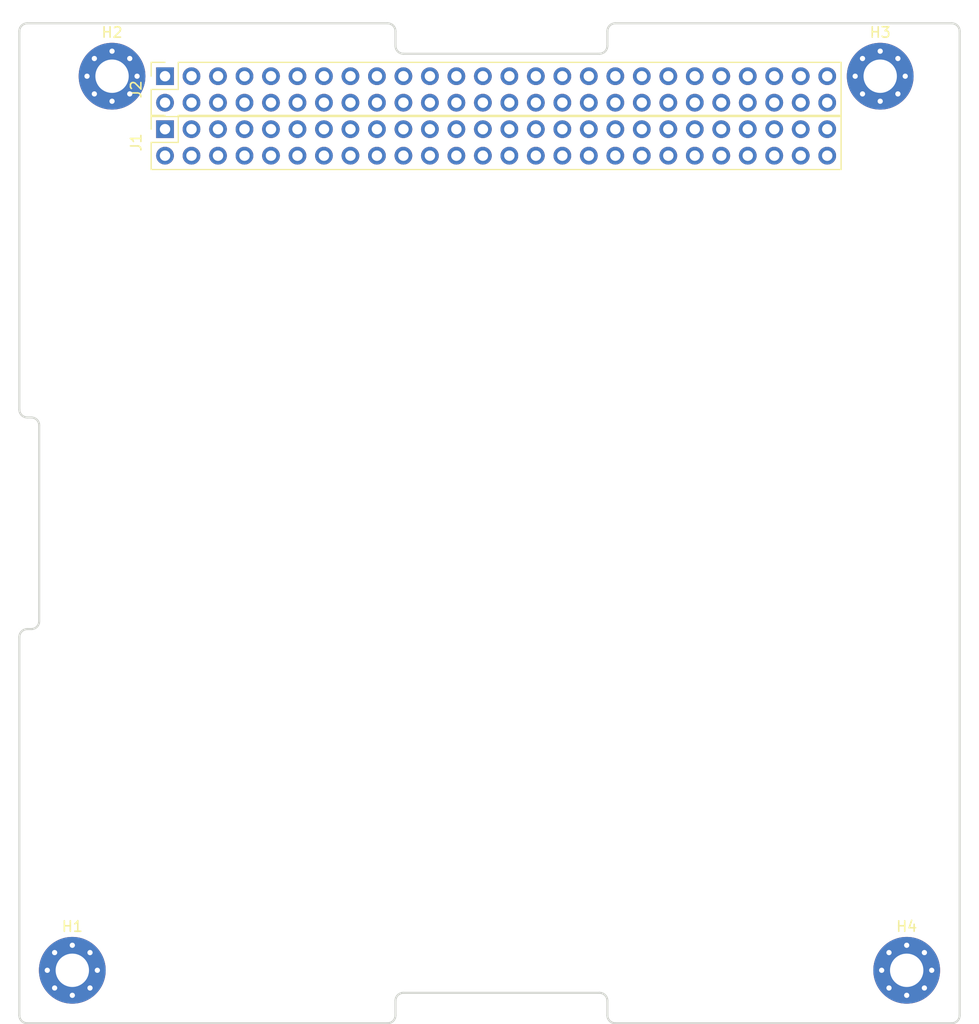
<source format=kicad_pcb>
(kicad_pcb (version 20240108) (generator "pcbnew") (generator_version "8.0")
  (layers (0 "F.Cu" signal) (1 "In1.Cu" signal) (2 "In2.Cu" signal) (3 "In3.Cu" signal) (4 "In4.Cu" signal) (31 "B.Cu" signal) (34 "B.Paste" user) (35 "F.Paste" user) (36 "B.SilkS" user "B.Silkscreen") (37 "F.SilkS" user "F.Silkscreen") (38 "B.Mask" user) (39 "F.Mask" user) (44 "Edge.Cuts" user))
  (net 0 "")
  (net 105 "GND")
  (footprint "Connector_PinSocket_2.54mm:PinSocket_2x26_P2.54mm_Vertical" (layer "F.Cu") (at 115.57 61.59 90)
    (property "Reference" "J2" (at -1.27 -2.77 90) (layer "F.SilkS"))
    (property "Value" "Conn_02x26_Odd_Even")
    (fp_line (start 1.33 -1.33) (end 1.33 0) (stroke (width 0.12)) (layer "F.SilkS"))
    (fp_line (start 0 -1.33) (end 1.33 -1.33) (stroke (width 0.12)) (layer "F.SilkS"))
    (fp_line (start -1.27 -1.33) (end -1.27 1.27) (stroke (width 0.12)) (layer "F.SilkS"))
    (fp_line (start -3.87 -1.33) (end -1.27 -1.33) (stroke (width 0.12)) (layer "F.SilkS"))
    (fp_line (start -3.87 -1.33) (end -3.87 64.83) (stroke (width 0.12)) (layer "F.SilkS"))
    (fp_line (start 1.33 1.27) (end 1.33 64.83) (stroke (width 0.12)) (layer "F.SilkS"))
    (fp_line (start -1.27 1.27) (end 1.33 1.27) (stroke (width 0.12)) (layer "F.SilkS"))
    (fp_line (start -3.87 64.83) (end 1.33 64.83) (stroke (width 0.12)) (layer "F.SilkS"))
    (pad "1" thru_hole rect (at 0 0 90) (size 1.7 1.7) (drill 1) (layers "*.Cu" "*.Mask"))
    (pad "2" thru_hole oval (at -2.54 0 90) (size 1.7 1.7) (drill 1) (layers "*.Cu" "*.Mask"))
    (pad "3" thru_hole oval (at 0 2.54 90) (size 1.7 1.7) (drill 1) (layers "*.Cu" "*.Mask"))
    (pad "4" thru_hole oval (at -2.54 2.54 90) (size 1.7 1.7) (drill 1) (layers "*.Cu" "*.Mask"))
    (pad "5" thru_hole oval (at 0 5.08 90) (size 1.7 1.7) (drill 1) (layers "*.Cu" "*.Mask"))
    (pad "6" thru_hole oval (at -2.54 5.08 90) (size 1.7 1.7) (drill 1) (layers "*.Cu" "*.Mask"))
    (pad "7" thru_hole oval (at 0 7.62 90) (size 1.7 1.7) (drill 1) (layers "*.Cu" "*.Mask"))
    (pad "8" thru_hole oval (at -2.54 7.62 90) (size 1.7 1.7) (drill 1) (layers "*.Cu" "*.Mask"))
    (pad "9" thru_hole oval (at 0 10.16 90) (size 1.7 1.7) (drill 1) (layers "*.Cu" "*.Mask"))
    (pad "10" thru_hole oval (at -2.54 10.16 90) (size 1.7 1.7) (drill 1) (layers "*.Cu" "*.Mask"))
    (pad "11" thru_hole oval (at 0 12.7 90) (size 1.7 1.7) (drill 1) (layers "*.Cu" "*.Mask"))
    (pad "12" thru_hole oval (at -2.54 12.7 90) (size 1.7 1.7) (drill 1) (layers "*.Cu" "*.Mask"))
    (pad "13" thru_hole oval (at 0 15.24 90) (size 1.7 1.7) (drill 1) (layers "*.Cu" "*.Mask"))
    (pad "14" thru_hole oval (at -2.54 15.24 90) (size 1.7 1.7) (drill 1) (layers "*.Cu" "*.Mask"))
    (pad "15" thru_hole oval (at 0 17.78 90) (size 1.7 1.7) (drill 1) (layers "*.Cu" "*.Mask"))
    (pad "16" thru_hole oval (at -2.54 17.78 90) (size 1.7 1.7) (drill 1) (layers "*.Cu" "*.Mask"))
    (pad "17" thru_hole oval (at 0 20.32 90) (size 1.7 1.7) (drill 1) (layers "*.Cu" "*.Mask"))
    (pad "18" thru_hole oval (at -2.54 20.32 90) (size 1.7 1.7) (drill 1) (layers "*.Cu" "*.Mask"))
    (pad "19" thru_hole oval (at 0 22.86 90) (size 1.7 1.7) (drill 1) (layers "*.Cu" "*.Mask"))
    (pad "20" thru_hole oval (at -2.54 22.86 90) (size 1.7 1.7) (drill 1) (layers "*.Cu" "*.Mask"))
    (pad "21" thru_hole oval (at 0 25.4 90) (size 1.7 1.7) (drill 1) (layers "*.Cu" "*.Mask"))
    (pad "22" thru_hole oval (at -2.54 25.4 90) (size 1.7 1.7) (drill 1) (layers "*.Cu" "*.Mask"))
    (pad "23" thru_hole oval (at 0 27.94 90) (size 1.7 1.7) (drill 1) (layers "*.Cu" "*.Mask"))
    (pad "24" thru_hole oval (at -2.54 27.94 90) (size 1.7 1.7) (drill 1) (layers "*.Cu" "*.Mask"))
    (pad "25" thru_hole oval (at 0 30.48 90) (size 1.7 1.7) (drill 1) (layers "*.Cu" "*.Mask"))
    (pad "26" thru_hole oval (at -2.54 30.48 90) (size 1.7 1.7) (drill 1) (layers "*.Cu" "*.Mask"))
    (pad "27" thru_hole oval (at 0 33.02 90) (size 1.7 1.7) (drill 1) (layers "*.Cu" "*.Mask"))
    (pad "28" thru_hole oval (at -2.54 33.02 90) (size 1.7 1.7) (drill 1) (layers "*.Cu" "*.Mask"))
    (pad "29" thru_hole oval (at 0 35.56 90) (size 1.7 1.7) (drill 1) (layers "*.Cu" "*.Mask"))
    (pad "30" thru_hole oval (at -2.54 35.56 90) (size 1.7 1.7) (drill 1) (layers "*.Cu" "*.Mask"))
    (pad "31" thru_hole oval (at 0 38.1 90) (size 1.7 1.7) (drill 1) (layers "*.Cu" "*.Mask"))
    (pad "32" thru_hole oval (at -2.54 38.1 90) (size 1.7 1.7) (drill 1) (layers "*.Cu" "*.Mask"))
    (pad "33" thru_hole oval (at 0 40.64 90) (size 1.7 1.7) (drill 1) (layers "*.Cu" "*.Mask"))
    (pad "34" thru_hole oval (at -2.54 40.64 90) (size 1.7 1.7) (drill 1) (layers "*.Cu" "*.Mask"))
    (pad "35" thru_hole oval (at 0 43.18 90) (size 1.7 1.7) (drill 1) (layers "*.Cu" "*.Mask"))
    (pad "36" thru_hole oval (at -2.54 43.18 90) (size 1.7 1.7) (drill 1) (layers "*.Cu" "*.Mask"))
    (pad "37" thru_hole oval (at 0 45.72 90) (size 1.7 1.7) (drill 1) (layers "*.Cu" "*.Mask"))
    (pad "38" thru_hole oval (at -2.54 45.72 90) (size 1.7 1.7) (drill 1) (layers "*.Cu" "*.Mask"))
    (pad "39" thru_hole oval (at 0 48.26 90) (size 1.7 1.7) (drill 1) (layers "*.Cu" "*.Mask"))
    (pad "40" thru_hole oval (at -2.54 48.26 90) (size 1.7 1.7) (drill 1) (layers "*.Cu" "*.Mask"))
    (pad "41" thru_hole oval (at 0 50.8 90) (size 1.7 1.7) (drill 1) (layers "*.Cu" "*.Mask"))
    (pad "42" thru_hole oval (at -2.54 50.8 90) (size 1.7 1.7) (drill 1) (layers "*.Cu" "*.Mask"))
    (pad "43" thru_hole oval (at 0 53.34 90) (size 1.7 1.7) (drill 1) (layers "*.Cu" "*.Mask"))
    (pad "44" thru_hole oval (at -2.54 53.34 90) (size 1.7 1.7) (drill 1) (layers "*.Cu" "*.Mask"))
    (pad "45" thru_hole oval (at 0 55.88 90) (size 1.7 1.7) (drill 1) (layers "*.Cu" "*.Mask"))
    (pad "46" thru_hole oval (at -2.54 55.88 90) (size 1.7 1.7) (drill 1) (layers "*.Cu" "*.Mask"))
    (pad "47" thru_hole oval (at 0 58.42 90) (size 1.7 1.7) (drill 1) (layers "*.Cu" "*.Mask"))
    (pad "48" thru_hole oval (at -2.54 58.42 90) (size 1.7 1.7) (drill 1) (layers "*.Cu" "*.Mask"))
    (pad "49" thru_hole oval (at 0 60.96 90) (size 1.7 1.7) (drill 1) (layers "*.Cu" "*.Mask"))
    (pad "50" thru_hole oval (at -2.54 60.96 90) (size 1.7 1.7) (drill 1) (layers "*.Cu" "*.Mask"))
    (pad "51" thru_hole oval (at 0 63.5 90) (size 1.7 1.7) (drill 1) (layers "*.Cu" "*.Mask"))
    (pad "52" thru_hole oval (at -2.54 63.5 90) (size 1.7 1.7) (drill 1) (layers "*.Cu" "*.Mask"))
  )
  (footprint "MountingHole:MountingHole_3.2mm_M3_Pad_Via" (layer "F.Cu") (at 184.15 61.59)
    (property "Reference" "H3" (at 0 -4.2 0) (layer "F.SilkS"))
    (property "Value" "MountingHole_Pad")
    (pad "1" thru_hole circle (at -2.4 0) (size 0.8 0.8) (drill 0.5) (layers "*.Cu" "*.Mask") (net 105 "GND"))
    (pad "1" thru_hole circle (at -1.697056 -1.697056) (size 0.8 0.8) (drill 0.5) (layers "*.Cu" "*.Mask") (net 105 "GND"))
    (pad "1" thru_hole circle (at -1.697056 1.697056) (size 0.8 0.8) (drill 0.5) (layers "*.Cu" "*.Mask") (net 105 "GND"))
    (pad "1" thru_hole circle (at 0 -2.4) (size 0.8 0.8) (drill 0.5) (layers "*.Cu" "*.Mask") (net 105 "GND"))
    (pad "1" thru_hole circle (at 0 0) (size 6.4 6.4) (drill 3.2) (layers "*.Cu" "*.Mask") (net 105 "GND"))
    (pad "1" thru_hole circle (at 0 2.4) (size 0.8 0.8) (drill 0.5) (layers "*.Cu" "*.Mask") (net 105 "GND"))
    (pad "1" thru_hole circle (at 1.697056 -1.697056) (size 0.8 0.8) (drill 0.5) (layers "*.Cu" "*.Mask") (net 105 "GND"))
    (pad "1" thru_hole circle (at 1.697056 1.697056) (size 0.8 0.8) (drill 0.5) (layers "*.Cu" "*.Mask") (net 105 "GND"))
    (pad "1" thru_hole circle (at 2.4 0) (size 0.8 0.8) (drill 0.5) (layers "*.Cu" "*.Mask") (net 105 "GND"))
  )
  (footprint "MountingHole:MountingHole_3.2mm_M3_Pad_Via" (layer "F.Cu") (at 186.69 147.32)
    (property "Reference" "H4" (at 0 -4.2 0) (layer "F.SilkS"))
    (property "Value" "MountingHole_Pad")
    (pad "1" thru_hole circle (at -2.4 0) (size 0.8 0.8) (drill 0.5) (layers "*.Cu" "*.Mask") (net 105 "GND"))
    (pad "1" thru_hole circle (at -1.697056 -1.697056) (size 0.8 0.8) (drill 0.5) (layers "*.Cu" "*.Mask") (net 105 "GND"))
    (pad "1" thru_hole circle (at -1.697056 1.697056) (size 0.8 0.8) (drill 0.5) (layers "*.Cu" "*.Mask") (net 105 "GND"))
    (pad "1" thru_hole circle (at 0 -2.4) (size 0.8 0.8) (drill 0.5) (layers "*.Cu" "*.Mask") (net 105 "GND"))
    (pad "1" thru_hole circle (at 0 0) (size 6.4 6.4) (drill 3.2) (layers "*.Cu" "*.Mask") (net 105 "GND"))
    (pad "1" thru_hole circle (at 0 2.4) (size 0.8 0.8) (drill 0.5) (layers "*.Cu" "*.Mask") (net 105 "GND"))
    (pad "1" thru_hole circle (at 1.697056 -1.697056) (size 0.8 0.8) (drill 0.5) (layers "*.Cu" "*.Mask") (net 105 "GND"))
    (pad "1" thru_hole circle (at 1.697056 1.697056) (size 0.8 0.8) (drill 0.5) (layers "*.Cu" "*.Mask") (net 105 "GND"))
    (pad "1" thru_hole circle (at 2.4 0) (size 0.8 0.8) (drill 0.5) (layers "*.Cu" "*.Mask") (net 105 "GND"))
  )
  (footprint "MountingHole:MountingHole_3.2mm_M3_Pad_Via" (layer "F.Cu") (at 106.68 147.32)
    (property "Reference" "H1" (at 0 -4.2 0) (layer "F.SilkS"))
    (property "Value" "MountingHole_Pad")
    (pad "1" thru_hole circle (at -2.4 0) (size 0.8 0.8) (drill 0.5) (layers "*.Cu" "*.Mask") (net 105 "GND"))
    (pad "1" thru_hole circle (at -1.697056 -1.697056) (size 0.8 0.8) (drill 0.5) (layers "*.Cu" "*.Mask") (net 105 "GND"))
    (pad "1" thru_hole circle (at -1.697056 1.697056) (size 0.8 0.8) (drill 0.5) (layers "*.Cu" "*.Mask") (net 105 "GND"))
    (pad "1" thru_hole circle (at 0 -2.4) (size 0.8 0.8) (drill 0.5) (layers "*.Cu" "*.Mask") (net 105 "GND"))
    (pad "1" thru_hole circle (at 0 0) (size 6.4 6.4) (drill 3.2) (layers "*.Cu" "*.Mask") (net 105 "GND"))
    (pad "1" thru_hole circle (at 0 2.4) (size 0.8 0.8) (drill 0.5) (layers "*.Cu" "*.Mask") (net 105 "GND"))
    (pad "1" thru_hole circle (at 1.697056 -1.697056) (size 0.8 0.8) (drill 0.5) (layers "*.Cu" "*.Mask") (net 105 "GND"))
    (pad "1" thru_hole circle (at 1.697056 1.697056) (size 0.8 0.8) (drill 0.5) (layers "*.Cu" "*.Mask") (net 105 "GND"))
    (pad "1" thru_hole circle (at 2.4 0) (size 0.8 0.8) (drill 0.5) (layers "*.Cu" "*.Mask") (net 105 "GND"))
  )
  (footprint "Connector_PinSocket_2.54mm:PinSocket_2x26_P2.54mm_Vertical" (layer "F.Cu") (at 115.57 66.67 90)
    (property "Reference" "J1" (at -1.27 -2.77 90) (layer "F.SilkS"))
    (property "Value" "Conn_02x26_Odd_Even")
    (fp_line (start 1.33 -1.33) (end 1.33 0) (stroke (width 0.12)) (layer "F.SilkS"))
    (fp_line (start 0 -1.33) (end 1.33 -1.33) (stroke (width 0.12)) (layer "F.SilkS"))
    (fp_line (start -1.27 -1.33) (end -1.27 1.27) (stroke (width 0.12)) (layer "F.SilkS"))
    (fp_line (start -3.87 -1.33) (end -1.27 -1.33) (stroke (width 0.12)) (layer "F.SilkS"))
    (fp_line (start -3.87 -1.33) (end -3.87 64.83) (stroke (width 0.12)) (layer "F.SilkS"))
    (fp_line (start 1.33 1.27) (end 1.33 64.83) (stroke (width 0.12)) (layer "F.SilkS"))
    (fp_line (start -1.27 1.27) (end 1.33 1.27) (stroke (width 0.12)) (layer "F.SilkS"))
    (fp_line (start -3.87 64.83) (end 1.33 64.83) (stroke (width 0.12)) (layer "F.SilkS"))
    (pad "1" thru_hole rect (at 0 0 90) (size 1.7 1.7) (drill 1) (layers "*.Cu" "*.Mask"))
    (pad "2" thru_hole oval (at -2.54 0 90) (size 1.7 1.7) (drill 1) (layers "*.Cu" "*.Mask"))
    (pad "3" thru_hole oval (at 0 2.54 90) (size 1.7 1.7) (drill 1) (layers "*.Cu" "*.Mask"))
    (pad "4" thru_hole oval (at -2.54 2.54 90) (size 1.7 1.7) (drill 1) (layers "*.Cu" "*.Mask"))
    (pad "5" thru_hole oval (at 0 5.08 90) (size 1.7 1.7) (drill 1) (layers "*.Cu" "*.Mask"))
    (pad "6" thru_hole oval (at -2.54 5.08 90) (size 1.7 1.7) (drill 1) (layers "*.Cu" "*.Mask"))
    (pad "7" thru_hole oval (at 0 7.62 90) (size 1.7 1.7) (drill 1) (layers "*.Cu" "*.Mask"))
    (pad "8" thru_hole oval (at -2.54 7.62 90) (size 1.7 1.7) (drill 1) (layers "*.Cu" "*.Mask"))
    (pad "9" thru_hole oval (at 0 10.16 90) (size 1.7 1.7) (drill 1) (layers "*.Cu" "*.Mask"))
    (pad "10" thru_hole oval (at -2.54 10.16 90) (size 1.7 1.7) (drill 1) (layers "*.Cu" "*.Mask"))
    (pad "11" thru_hole oval (at 0 12.7 90) (size 1.7 1.7) (drill 1) (layers "*.Cu" "*.Mask"))
    (pad "12" thru_hole oval (at -2.54 12.7 90) (size 1.7 1.7) (drill 1) (layers "*.Cu" "*.Mask"))
    (pad "13" thru_hole oval (at 0 15.24 90) (size 1.7 1.7) (drill 1) (layers "*.Cu" "*.Mask"))
    (pad "14" thru_hole oval (at -2.54 15.24 90) (size 1.7 1.7) (drill 1) (layers "*.Cu" "*.Mask"))
    (pad "15" thru_hole oval (at 0 17.78 90) (size 1.7 1.7) (drill 1) (layers "*.Cu" "*.Mask"))
    (pad "16" thru_hole oval (at -2.54 17.78 90) (size 1.7 1.7) (drill 1) (layers "*.Cu" "*.Mask"))
    (pad "17" thru_hole oval (at 0 20.32 90) (size 1.7 1.7) (drill 1) (layers "*.Cu" "*.Mask"))
    (pad "18" thru_hole oval (at -2.54 20.32 90) (size 1.7 1.7) (drill 1) (layers "*.Cu" "*.Mask"))
    (pad "19" thru_hole oval (at 0 22.86 90) (size 1.7 1.7) (drill 1) (layers "*.Cu" "*.Mask"))
    (pad "20" thru_hole oval (at -2.54 22.86 90) (size 1.7 1.7) (drill 1) (layers "*.Cu" "*.Mask"))
    (pad "21" thru_hole oval (at 0 25.4 90) (size 1.7 1.7) (drill 1) (layers "*.Cu" "*.Mask"))
    (pad "22" thru_hole oval (at -2.54 25.4 90) (size 1.7 1.7) (drill 1) (layers "*.Cu" "*.Mask"))
    (pad "23" thru_hole oval (at 0 27.94 90) (size 1.7 1.7) (drill 1) (layers "*.Cu" "*.Mask"))
    (pad "24" thru_hole oval (at -2.54 27.94 90) (size 1.7 1.7) (drill 1) (layers "*.Cu" "*.Mask"))
    (pad "25" thru_hole oval (at 0 30.48 90) (size 1.7 1.7) (drill 1) (layers "*.Cu" "*.Mask"))
    (pad "26" thru_hole oval (at -2.54 30.48 90) (size 1.7 1.7) (drill 1) (layers "*.Cu" "*.Mask"))
    (pad "27" thru_hole oval (at 0 33.02 90) (size 1.7 1.7) (drill 1) (layers "*.Cu" "*.Mask"))
    (pad "28" thru_hole oval (at -2.54 33.02 90) (size 1.7 1.7) (drill 1) (layers "*.Cu" "*.Mask"))
    (pad "29" thru_hole oval (at 0 35.56 90) (size 1.7 1.7) (drill 1) (layers "*.Cu" "*.Mask"))
    (pad "30" thru_hole oval (at -2.54 35.56 90) (size 1.7 1.7) (drill 1) (layers "*.Cu" "*.Mask"))
    (pad "31" thru_hole oval (at 0 38.1 90) (size 1.7 1.7) (drill 1) (layers "*.Cu" "*.Mask"))
    (pad "32" thru_hole oval (at -2.54 38.1 90) (size 1.7 1.7) (drill 1) (layers "*.Cu" "*.Mask"))
    (pad "33" thru_hole oval (at 0 40.64 90) (size 1.7 1.7) (drill 1) (layers "*.Cu" "*.Mask"))
    (pad "34" thru_hole oval (at -2.54 40.64 90) (size 1.7 1.7) (drill 1) (layers "*.Cu" "*.Mask"))
    (pad "35" thru_hole oval (at 0 43.18 90) (size 1.7 1.7) (drill 1) (layers "*.Cu" "*.Mask"))
    (pad "36" thru_hole oval (at -2.54 43.18 90) (size 1.7 1.7) (drill 1) (layers "*.Cu" "*.Mask"))
    (pad "37" thru_hole oval (at 0 45.72 90) (size 1.7 1.7) (drill 1) (layers "*.Cu" "*.Mask"))
    (pad "38" thru_hole oval (at -2.54 45.72 90) (size 1.7 1.7) (drill 1) (layers "*.Cu" "*.Mask"))
    (pad "39" thru_hole oval (at 0 48.26 90) (size 1.7 1.7) (drill 1) (layers "*.Cu" "*.Mask"))
    (pad "40" thru_hole oval (at -2.54 48.26 90) (size 1.7 1.7) (drill 1) (layers "*.Cu" "*.Mask"))
    (pad "41" thru_hole oval (at 0 50.8 90) (size 1.7 1.7) (drill 1) (layers "*.Cu" "*.Mask"))
    (pad "42" thru_hole oval (at -2.54 50.8 90) (size 1.7 1.7) (drill 1) (layers "*.Cu" "*.Mask"))
    (pad "43" thru_hole oval (at 0 53.34 90) (size 1.7 1.7) (drill 1) (layers "*.Cu" "*.Mask"))
    (pad "44" thru_hole oval (at -2.54 53.34 90) (size 1.7 1.7) (drill 1) (layers "*.Cu" "*.Mask"))
    (pad "45" thru_hole oval (at 0 55.88 90) (size 1.7 1.7) (drill 1) (layers "*.Cu" "*.Mask"))
    (pad "46" thru_hole oval (at -2.54 55.88 90) (size 1.7 1.7) (drill 1) (layers "*.Cu" "*.Mask"))
    (pad "47" thru_hole oval (at 0 58.42 90) (size 1.7 1.7) (drill 1) (layers "*.Cu" "*.Mask"))
    (pad "48" thru_hole oval (at -2.54 58.42 90) (size 1.7 1.7) (drill 1) (layers "*.Cu" "*.Mask"))
    (pad "49" thru_hole oval (at 0 60.96 90) (size 1.7 1.7) (drill 1) (layers "*.Cu" "*.Mask"))
    (pad "50" thru_hole oval (at -2.54 60.96 90) (size 1.7 1.7) (drill 1) (layers "*.Cu" "*.Mask"))
    (pad "51" thru_hole oval (at 0 63.5 90) (size 1.7 1.7) (drill 1) (layers "*.Cu" "*.Mask"))
    (pad "52" thru_hole oval (at -2.54 63.5 90) (size 1.7 1.7) (drill 1) (layers "*.Cu" "*.Mask"))
  )
  (footprint "MountingHole:MountingHole_3.2mm_M3_Pad_Via" (layer "F.Cu") (at 110.49 61.59)
    (property "Reference" "H2" (at 0 -4.2 0) (layer "F.SilkS"))
    (property "Value" "MountingHole_Pad")
    (pad "1" thru_hole circle (at -2.4 0) (size 0.8 0.8) (drill 0.5) (layers "*.Cu" "*.Mask") (net 105 "GND"))
    (pad "1" thru_hole circle (at -1.697056 -1.697056) (size 0.8 0.8) (drill 0.5) (layers "*.Cu" "*.Mask") (net 105 "GND"))
    (pad "1" thru_hole circle (at -1.697056 1.697056) (size 0.8 0.8) (drill 0.5) (layers "*.Cu" "*.Mask") (net 105 "GND"))
    (pad "1" thru_hole circle (at 0 -2.4) (size 0.8 0.8) (drill 0.5) (layers "*.Cu" "*.Mask") (net 105 "GND"))
    (pad "1" thru_hole circle (at 0 0) (size 6.4 6.4) (drill 3.2) (layers "*.Cu" "*.Mask") (net 105 "GND"))
    (pad "1" thru_hole circle (at 0 2.4) (size 0.8 0.8) (drill 0.5) (layers "*.Cu" "*.Mask") (net 105 "GND"))
    (pad "1" thru_hole circle (at 1.697056 -1.697056) (size 0.8 0.8) (drill 0.5) (layers "*.Cu" "*.Mask") (net 105 "GND"))
    (pad "1" thru_hole circle (at 1.697056 1.697056) (size 0.8 0.8) (drill 0.5) (layers "*.Cu" "*.Mask") (net 105 "GND"))
    (pad "1" thru_hole circle (at 2.4 0) (size 0.8 0.8) (drill 0.5) (layers "*.Cu" "*.Mask") (net 105 "GND"))
  )
  (gr_line (start 102.743 94.3102) (end 102.362 94.3102) (stroke (width 0.2)) (layer "Edge.Cuts"))
  (gr_arc (start 138.43 59.436) (mid 137.891185 59.212815) (end 137.668 58.674) (stroke (width 0.2)) (layer "Edge.Cuts"))
  (gr_circle (center 101.6 152.4) (end 101.61 152.4) (stroke (width 0.0001)) (fill solid) (layer "Edge.Cuts"))
  (gr_arc (start 103.505 113.8428) (mid 103.281815 114.381615) (end 102.743 114.6048) (stroke (width 0.2)) (layer "Edge.Cuts"))
  (gr_line (start 157.226 149.479) (end 138.43 149.479) (stroke (width 0.2)) (layer "Edge.Cuts"))
  (gr_line (start 191.77 57.277) (end 191.77 151.638) (stroke (width 0.2)) (layer "Edge.Cuts"))
  (gr_line (start 158.75 56.515) (end 191.008 56.515) (stroke (width 0.2)) (layer "Edge.Cuts"))
  (gr_arc (start 101.6 57.277) (mid 101.823185 56.738185) (end 102.362 56.515) (stroke (width 0.2)) (layer "Edge.Cuts"))
  (gr_circle (center 137.668 56.515) (end 137.678 56.515) (stroke (width 0.0001)) (fill solid) (layer "Edge.Cuts"))
  (gr_line (start 191.008 152.4) (end 158.75 152.4) (stroke (width 0.2)) (layer "Edge.Cuts"))
  (gr_arc (start 191.77 151.638) (mid 191.546815 152.176815) (end 191.008 152.4) (stroke (width 0.2)) (layer "Edge.Cuts"))
  (gr_circle (center 101.6 114.6048) (end 101.61 114.6048) (stroke (width 0.0001)) (fill solid) (layer "Edge.Cuts"))
  (gr_circle (center 191.77 152.4) (end 191.78 152.4) (stroke (width 0.0001)) (fill solid) (layer "Edge.Cuts"))
  (gr_arc (start 158.75 152.4) (mid 158.211185 152.176815) (end 157.988 151.638) (stroke (width 0.2)) (layer "Edge.Cuts"))
  (gr_line (start 136.906 152.4) (end 102.362 152.4) (stroke (width 0.2)) (layer "Edge.Cuts"))
  (gr_line (start 137.668 150.241) (end 137.668 151.638) (stroke (width 0.2)) (layer "Edge.Cuts"))
  (gr_arc (start 102.743 94.3102) (mid 103.281815 94.533385) (end 103.505 95.0722) (stroke (width 0.2)) (layer "Edge.Cuts"))
  (gr_line (start 157.988 151.638) (end 157.988 150.241) (stroke (width 0.2)) (layer "Edge.Cuts"))
  (gr_arc (start 137.668 151.638) (mid 137.444815 152.176815) (end 136.906 152.4) (stroke (width 0.2)) (layer "Edge.Cuts"))
  (gr_circle (center 137.668 59.436) (end 137.678 59.436) (stroke (width 0.0001)) (fill solid) (layer "Edge.Cuts"))
  (gr_line (start 137.668 57.277) (end 137.668 58.674) (stroke (width 0.2)) (layer "Edge.Cuts"))
  (gr_circle (center 137.668 152.4) (end 137.678 152.4) (stroke (width 0.0001)) (fill solid) (layer "Edge.Cuts"))
  (gr_circle (center 101.6 56.515) (end 101.61 56.515) (stroke (width 0.0001)) (fill solid) (layer "Edge.Cuts"))
  (gr_arc (start 136.906 56.515) (mid 137.444815 56.738185) (end 137.668 57.277) (stroke (width 0.2)) (layer "Edge.Cuts"))
  (gr_arc (start 157.988 57.277) (mid 158.211185 56.738185) (end 158.75 56.515) (stroke (width 0.2)) (layer "Edge.Cuts"))
  (gr_line (start 157.988 58.674) (end 157.988 57.277) (stroke (width 0.2)) (layer "Edge.Cuts"))
  (gr_arc (start 157.226 149.479) (mid 157.764815 149.702185) (end 157.988 150.241) (stroke (width 0.2)) (layer "Edge.Cuts"))
  (gr_circle (center 157.988 56.515) (end 157.998 56.515) (stroke (width 0.0001)) (fill solid) (layer "Edge.Cuts"))
  (gr_arc (start 157.988 58.674) (mid 157.764815 59.212815) (end 157.226 59.436) (stroke (width 0.2)) (layer "Edge.Cuts"))
  (gr_line (start 102.362 56.515) (end 136.906 56.515) (stroke (width 0.2)) (layer "Edge.Cuts"))
  (gr_line (start 101.6 151.638) (end 101.6 115.3668) (stroke (width 0.2)) (layer "Edge.Cuts"))
  (gr_circle (center 101.6 94.3102) (end 101.61 94.3102) (stroke (width 0.0001)) (fill solid) (layer "Edge.Cuts"))
  (gr_line (start 103.505 113.8428) (end 103.505 95.0722) (stroke (width 0.2)) (layer "Edge.Cuts"))
  (gr_arc (start 102.362 152.4) (mid 101.823185 152.176815) (end 101.6 151.638) (stroke (width 0.2)) (layer "Edge.Cuts"))
  (gr_circle (center 103.505 94.3102) (end 103.515 94.3102) (stroke (width 0.0001)) (fill solid) (layer "Edge.Cuts"))
  (gr_line (start 101.6 93.5482) (end 101.6 57.277) (stroke (width 0.2)) (layer "Edge.Cuts"))
  (gr_circle (center 157.988 152.4) (end 157.998 152.4) (stroke (width 0.0001)) (fill solid) (layer "Edge.Cuts"))
  (gr_arc (start 101.6 115.3668) (mid 101.823185 114.827985) (end 102.362 114.6048) (stroke (width 0.2)) (layer "Edge.Cuts"))
  (gr_arc (start 102.362 94.3102) (mid 101.823185 94.087015) (end 101.6 93.5482) (stroke (width 0.2)) (layer "Edge.Cuts"))
  (gr_arc (start 137.668 150.241) (mid 137.891185 149.702185) (end 138.43 149.479) (stroke (width 0.2)) (layer "Edge.Cuts"))
  (gr_arc (start 191.008 56.515) (mid 191.546815 56.738185) (end 191.77 57.277) (stroke (width 0.2)) (layer "Edge.Cuts"))
  (gr_circle (center 157.988 149.479) (end 157.998 149.479) (stroke (width 0.0001)) (fill solid) (layer "Edge.Cuts"))
  (gr_line (start 138.43 59.436) (end 157.226 59.436) (stroke (width 0.2)) (layer "Edge.Cuts"))
  (gr_line (start 102.362 114.6048) (end 102.743 114.6048) (stroke (width 0.2)) (layer "Edge.Cuts"))
)
</source>
